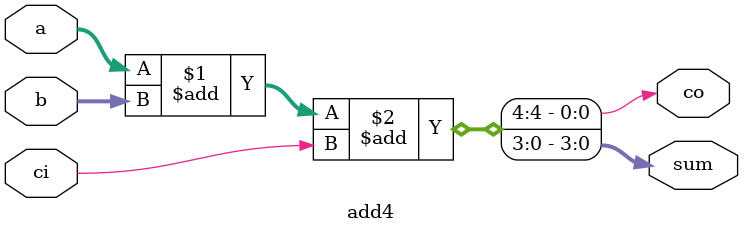
<source format=v>
module m_seven_segment(input [3:0] idat,output [7:0] odat);

    function [7:0] LedHex;
      input [3:0] num;
      begin
         case (num)
           4'h0:        LedHex = 8'b11000000;  // 0
           4'h1:        LedHex = 8'b11111001;  // 1
           4'h2:        LedHex = 8'b10100100;  // 2
           4'h3:        LedHex = 8'b10110000;  // 3
           4'h4:        LedHex = 8'b10011001;  // 4
           4'h5:        LedHex = 8'b10010010;  // 5
           4'h6:        LedHex = 8'b10000010;  // 6
           4'h7:        LedHex = 8'b11111000;  // 7
           4'h8:        LedHex = 8'b10000000;  // 8
           4'h9:        LedHex = 8'b10011000;  // 9
			  4'ha:        LedHex = 8'b10001000;  // A
			  4'hb:        LedHex = 8'b10000011;  // b
			  4'hc:        LedHex = 8'b11000110;  // C
			  4'hd:        LedHex = 8'b10100001;  // d
			  4'he:        LedHex = 8'b10000110;  // E
			  4'hf:        LedHex = 8'b10001110;  // F
           default:     LedHex = 8'b11111111;  // LED OFF
         endcase
      end 
    endfunction
	
    assign odat = LedHex(idat);

endmodule

module add4(input  [3:0] a, b,
             input        ci,
             output [3:0] sum,
             output       co);

  assign {co, sum} = a + b + ci;
endmodule

</source>
